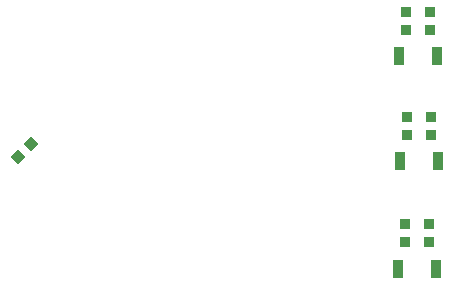
<source format=gbr>
G04*
G04 #@! TF.GenerationSoftware,Altium Limited,Altium Designer,22.4.2 (48)*
G04*
G04 Layer_Color=128*
%FSLAX44Y44*%
%MOMM*%
G71*
G04*
G04 #@! TF.SameCoordinates,72DCB881-4164-4183-B9F3-641E9368B05D*
G04*
G04*
G04 #@! TF.FilePolarity,Positive*
G04*
G01*
G75*
%ADD25R,0.9000X0.9000*%
%ADD104R,0.9000X1.6000*%
%ADD105P,1.2728X4X270.0*%
D25*
X440000Y392500D02*
D03*
Y407500D02*
D03*
X460000Y392500D02*
D03*
Y407500D02*
D03*
X441000Y303500D02*
D03*
Y318500D02*
D03*
X461000Y303500D02*
D03*
Y318500D02*
D03*
X439000Y212500D02*
D03*
Y227500D02*
D03*
X459000Y212500D02*
D03*
Y227500D02*
D03*
D104*
X435000Y281000D02*
D03*
X467000D02*
D03*
X466000Y370000D02*
D03*
X434000D02*
D03*
X465000Y190000D02*
D03*
X433000D02*
D03*
D105*
X111697Y284697D02*
D03*
X122303Y295303D02*
D03*
M02*

</source>
